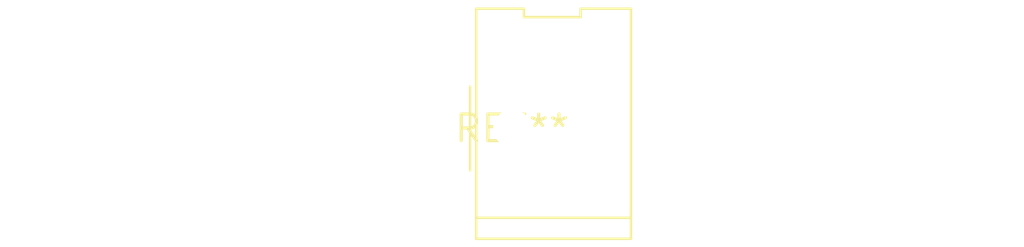
<source format=kicad_pcb>
(kicad_pcb (version 20240108) (generator pcbnew)
  (layers (0 "F.Cu" signal) (31 "B.Cu" signal) (34 "B.Paste" user) (35 "F.Paste" user) (36 "B.SilkS" user "B.Silkscreen") (37 "F.SilkS" user "F.Silkscreen") (38 "B.Mask" user) (39 "F.Mask" user) (44 "Edge.Cuts" user))
  (net 0 "")
  (footprint "Molex_KK-396_5273-02A_1x02_P3.96mm_Vertical" (layer "F.Cu") (at 0 0)
    (property "Reference" "REF**")
    (property "Value" "Molex_KK-396_5273-02A_1x02_P3.96mm_Vertical")
    (fp_line (start -2 -2) (end -2 2) (layer "F.SilkS") (stroke (width 0.12)))
    (fp_line (start -1.71 -5.71) (end 0.57 -5.71) (layer "F.SilkS") (stroke (width 0.12)))
    (fp_line (start -1.71 4.26) (end -1.71 -5.71) (layer "F.SilkS") (stroke (width 0.12)))
    (fp_line (start -1.71 4.26) (end 5.67 4.26) (layer "F.SilkS") (stroke (width 0.12)))
    (fp_line (start -1.71 5.26) (end -1.71 4.26) (layer "F.SilkS") (stroke (width 0.12)))
    (fp_line (start 0.57 -5.71) (end 0.57 -5.31) (layer "F.SilkS") (stroke (width 0.12)))
    (fp_line (start 0.57 -5.31) (end 3.27 -5.31) (layer "F.SilkS") (stroke (width 0.12)))
    (fp_line (start 3.27 -5.71) (end 5.67 -5.71) (layer "F.SilkS") (stroke (width 0.12)))
    (fp_line (start 3.27 -5.31) (end 3.27 -5.71) (layer "F.SilkS") (stroke (width 0.12)))
    (fp_line (start 5.67 -5.71) (end 5.67 5.26) (layer "F.SilkS") (stroke (width 0.12)))
    (fp_line (start 5.67 5.26) (end -1.71 5.26) (layer "F.SilkS") (stroke (width 0.12)))
    (pad "1" thru_hole roundrect (at 0 0) (size 3.16 4.2) (drill 1.8) (layers *.Cu *.Mask) (remove_unused_layers) (roundrect_rratio 0.079114))
    (pad "2" thru_hole oval (at 3.96 0) (size 3.16 4.2) (drill 1.8) (layers *.Cu *.Mask) (remove_unused_layers))
  )
)
</source>
